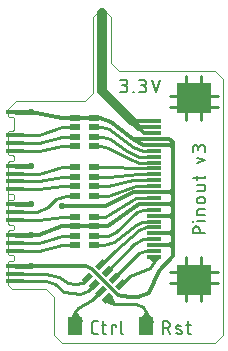
<source format=gtl>
G04 EAGLE Gerber X2 export*
G75*
%MOMM*%
%FSLAX34Y34*%
%LPD*%
%AMOC8*
5,1,8,0,0,1.08239X$1,22.5*%
G01*
%ADD10C,0.203200*%
%ADD11C,0.000000*%
%ADD12R,0.900000X0.500000*%
%ADD13R,1.270000X1.524000*%
%ADD14R,1.300000X0.300000*%
%ADD15R,3.000000X2.500000*%
%ADD16R,1.350000X0.450000*%
%ADD17R,0.450000X1.350000*%
%ADD18R,0.500000X0.900000*%
%ADD19C,0.400000*%
%ADD20C,0.254000*%
%ADD21C,0.450000*%
%ADD22C,0.406400*%
%ADD23C,0.550000*%
%ADD24C,0.304800*%
%ADD25C,0.750000*%
%ADD26C,0.812800*%
%ADD27C,0.609600*%
%ADD28C,0.762000*%
%ADD29C,0.152400*%


D10*
X131016Y-76984D02*
X131016Y-66316D01*
X133979Y-66316D01*
X134086Y-66318D01*
X134193Y-66324D01*
X134299Y-66333D01*
X134405Y-66347D01*
X134511Y-66364D01*
X134616Y-66385D01*
X134720Y-66410D01*
X134823Y-66439D01*
X134925Y-66471D01*
X135026Y-66507D01*
X135125Y-66547D01*
X135223Y-66590D01*
X135319Y-66637D01*
X135414Y-66687D01*
X135507Y-66740D01*
X135597Y-66797D01*
X135686Y-66857D01*
X135772Y-66920D01*
X135856Y-66986D01*
X135938Y-67056D01*
X136017Y-67128D01*
X136093Y-67203D01*
X136167Y-67281D01*
X136237Y-67361D01*
X136305Y-67444D01*
X136370Y-67529D01*
X136431Y-67616D01*
X136490Y-67706D01*
X136545Y-67798D01*
X136597Y-67891D01*
X136645Y-67987D01*
X136690Y-68084D01*
X136732Y-68182D01*
X136769Y-68282D01*
X136804Y-68384D01*
X136834Y-68486D01*
X136861Y-68590D01*
X136884Y-68694D01*
X136903Y-68800D01*
X136918Y-68906D01*
X136930Y-69012D01*
X136938Y-69119D01*
X136942Y-69226D01*
X136942Y-69332D01*
X136938Y-69439D01*
X136930Y-69546D01*
X136918Y-69652D01*
X136903Y-69758D01*
X136884Y-69864D01*
X136861Y-69968D01*
X136834Y-70072D01*
X136804Y-70174D01*
X136769Y-70276D01*
X136732Y-70376D01*
X136690Y-70474D01*
X136645Y-70571D01*
X136597Y-70667D01*
X136545Y-70761D01*
X136490Y-70852D01*
X136431Y-70942D01*
X136370Y-71029D01*
X136305Y-71114D01*
X136237Y-71197D01*
X136167Y-71277D01*
X136093Y-71355D01*
X136017Y-71430D01*
X135938Y-71502D01*
X135856Y-71572D01*
X135772Y-71638D01*
X135686Y-71701D01*
X135597Y-71761D01*
X135507Y-71818D01*
X135414Y-71871D01*
X135319Y-71921D01*
X135223Y-71968D01*
X135125Y-72011D01*
X135026Y-72051D01*
X134925Y-72087D01*
X134823Y-72119D01*
X134720Y-72148D01*
X134616Y-72173D01*
X134511Y-72194D01*
X134405Y-72211D01*
X134299Y-72225D01*
X134193Y-72234D01*
X134086Y-72240D01*
X133979Y-72242D01*
X133979Y-72243D02*
X131016Y-72243D01*
X134572Y-72243D02*
X136943Y-76984D01*
X143055Y-72835D02*
X146019Y-74021D01*
X143055Y-72836D02*
X142984Y-72805D01*
X142914Y-72771D01*
X142846Y-72734D01*
X142781Y-72693D01*
X142717Y-72648D01*
X142656Y-72601D01*
X142597Y-72550D01*
X142540Y-72497D01*
X142487Y-72441D01*
X142436Y-72382D01*
X142389Y-72321D01*
X142344Y-72257D01*
X142303Y-72192D01*
X142265Y-72124D01*
X142231Y-72054D01*
X142200Y-71983D01*
X142173Y-71911D01*
X142150Y-71837D01*
X142130Y-71762D01*
X142114Y-71686D01*
X142102Y-71609D01*
X142094Y-71532D01*
X142090Y-71455D01*
X142089Y-71377D01*
X142093Y-71300D01*
X142100Y-71222D01*
X142112Y-71146D01*
X142127Y-71070D01*
X142146Y-70994D01*
X142169Y-70920D01*
X142195Y-70847D01*
X142225Y-70776D01*
X142259Y-70706D01*
X142296Y-70638D01*
X142337Y-70572D01*
X142381Y-70508D01*
X142428Y-70446D01*
X142478Y-70387D01*
X142531Y-70331D01*
X142587Y-70277D01*
X142645Y-70226D01*
X142706Y-70178D01*
X142769Y-70133D01*
X142835Y-70091D01*
X142902Y-70053D01*
X142972Y-70018D01*
X143043Y-69987D01*
X143115Y-69959D01*
X143189Y-69936D01*
X143264Y-69915D01*
X143339Y-69899D01*
X143416Y-69886D01*
X143493Y-69878D01*
X143570Y-69873D01*
X143648Y-69872D01*
X143810Y-69876D01*
X143972Y-69884D01*
X144133Y-69896D01*
X144294Y-69912D01*
X144455Y-69932D01*
X144615Y-69955D01*
X144774Y-69983D01*
X144933Y-70014D01*
X145091Y-70049D01*
X145248Y-70088D01*
X145404Y-70131D01*
X145559Y-70177D01*
X145713Y-70227D01*
X145866Y-70281D01*
X146017Y-70339D01*
X146167Y-70400D01*
X146315Y-70464D01*
X146019Y-74020D02*
X146090Y-74051D01*
X146160Y-74085D01*
X146228Y-74122D01*
X146293Y-74163D01*
X146357Y-74208D01*
X146418Y-74255D01*
X146477Y-74306D01*
X146534Y-74359D01*
X146587Y-74415D01*
X146638Y-74474D01*
X146685Y-74535D01*
X146730Y-74599D01*
X146771Y-74664D01*
X146809Y-74732D01*
X146843Y-74802D01*
X146874Y-74873D01*
X146901Y-74945D01*
X146924Y-75019D01*
X146944Y-75094D01*
X146960Y-75170D01*
X146972Y-75247D01*
X146980Y-75324D01*
X146984Y-75401D01*
X146985Y-75479D01*
X146981Y-75556D01*
X146974Y-75634D01*
X146962Y-75710D01*
X146947Y-75786D01*
X146928Y-75862D01*
X146905Y-75936D01*
X146879Y-76009D01*
X146849Y-76080D01*
X146815Y-76150D01*
X146778Y-76218D01*
X146737Y-76284D01*
X146693Y-76348D01*
X146646Y-76410D01*
X146596Y-76469D01*
X146543Y-76525D01*
X146487Y-76579D01*
X146429Y-76630D01*
X146368Y-76678D01*
X146305Y-76723D01*
X146239Y-76765D01*
X146172Y-76803D01*
X146102Y-76838D01*
X146032Y-76869D01*
X145959Y-76897D01*
X145885Y-76920D01*
X145810Y-76941D01*
X145735Y-76957D01*
X145658Y-76970D01*
X145581Y-76978D01*
X145504Y-76983D01*
X145426Y-76984D01*
X145425Y-76984D02*
X145188Y-76978D01*
X144950Y-76966D01*
X144713Y-76949D01*
X144477Y-76925D01*
X144241Y-76897D01*
X144005Y-76863D01*
X143771Y-76823D01*
X143538Y-76778D01*
X143305Y-76727D01*
X143074Y-76671D01*
X142845Y-76609D01*
X142617Y-76542D01*
X142390Y-76469D01*
X142166Y-76391D01*
X151002Y-69872D02*
X154558Y-69872D01*
X152188Y-66316D02*
X152188Y-75206D01*
X152190Y-75288D01*
X152196Y-75370D01*
X152205Y-75452D01*
X152218Y-75533D01*
X152235Y-75613D01*
X152256Y-75693D01*
X152280Y-75771D01*
X152308Y-75848D01*
X152339Y-75924D01*
X152374Y-75999D01*
X152413Y-76071D01*
X152454Y-76142D01*
X152499Y-76211D01*
X152547Y-76277D01*
X152598Y-76342D01*
X152652Y-76404D01*
X152709Y-76463D01*
X152768Y-76520D01*
X152830Y-76574D01*
X152895Y-76625D01*
X152961Y-76673D01*
X153030Y-76718D01*
X153101Y-76759D01*
X153173Y-76798D01*
X153248Y-76833D01*
X153324Y-76864D01*
X153401Y-76892D01*
X153479Y-76916D01*
X153559Y-76937D01*
X153639Y-76954D01*
X153720Y-76967D01*
X153802Y-76976D01*
X153884Y-76982D01*
X153966Y-76984D01*
X154558Y-76984D01*
X75757Y-76984D02*
X73387Y-76984D01*
X73292Y-76982D01*
X73196Y-76976D01*
X73101Y-76967D01*
X73007Y-76953D01*
X72913Y-76936D01*
X72820Y-76915D01*
X72727Y-76890D01*
X72636Y-76862D01*
X72546Y-76830D01*
X72458Y-76794D01*
X72371Y-76755D01*
X72285Y-76712D01*
X72202Y-76666D01*
X72120Y-76617D01*
X72040Y-76564D01*
X71963Y-76508D01*
X71887Y-76450D01*
X71815Y-76388D01*
X71745Y-76323D01*
X71677Y-76255D01*
X71612Y-76185D01*
X71550Y-76113D01*
X71492Y-76037D01*
X71436Y-75960D01*
X71383Y-75880D01*
X71334Y-75799D01*
X71288Y-75715D01*
X71245Y-75629D01*
X71206Y-75542D01*
X71170Y-75454D01*
X71138Y-75364D01*
X71110Y-75273D01*
X71085Y-75180D01*
X71064Y-75087D01*
X71047Y-74993D01*
X71033Y-74899D01*
X71024Y-74804D01*
X71018Y-74709D01*
X71016Y-74613D01*
X71016Y-68687D01*
X71018Y-68592D01*
X71024Y-68496D01*
X71033Y-68401D01*
X71047Y-68307D01*
X71064Y-68213D01*
X71085Y-68120D01*
X71110Y-68027D01*
X71138Y-67936D01*
X71170Y-67846D01*
X71206Y-67758D01*
X71245Y-67671D01*
X71288Y-67585D01*
X71334Y-67502D01*
X71383Y-67420D01*
X71436Y-67340D01*
X71492Y-67263D01*
X71550Y-67187D01*
X71612Y-67115D01*
X71677Y-67045D01*
X71745Y-66977D01*
X71815Y-66912D01*
X71887Y-66850D01*
X71963Y-66792D01*
X72040Y-66736D01*
X72120Y-66683D01*
X72201Y-66634D01*
X72285Y-66588D01*
X72371Y-66545D01*
X72458Y-66506D01*
X72546Y-66470D01*
X72636Y-66438D01*
X72727Y-66410D01*
X72820Y-66385D01*
X72913Y-66364D01*
X73007Y-66347D01*
X73101Y-66333D01*
X73196Y-66324D01*
X73291Y-66318D01*
X73387Y-66316D01*
X75757Y-66316D01*
X79352Y-69872D02*
X82908Y-69872D01*
X80537Y-66316D02*
X80537Y-75206D01*
X80539Y-75288D01*
X80545Y-75370D01*
X80554Y-75452D01*
X80567Y-75533D01*
X80584Y-75613D01*
X80605Y-75693D01*
X80629Y-75771D01*
X80657Y-75848D01*
X80688Y-75924D01*
X80723Y-75999D01*
X80762Y-76071D01*
X80803Y-76142D01*
X80848Y-76211D01*
X80896Y-76277D01*
X80947Y-76342D01*
X81001Y-76404D01*
X81058Y-76463D01*
X81117Y-76520D01*
X81179Y-76574D01*
X81244Y-76625D01*
X81310Y-76673D01*
X81379Y-76718D01*
X81450Y-76759D01*
X81522Y-76798D01*
X81597Y-76833D01*
X81673Y-76864D01*
X81750Y-76892D01*
X81828Y-76916D01*
X81908Y-76937D01*
X81988Y-76954D01*
X82069Y-76967D01*
X82151Y-76976D01*
X82233Y-76982D01*
X82315Y-76984D01*
X82908Y-76984D01*
X88141Y-76984D02*
X88141Y-69872D01*
X91697Y-69872D01*
X91697Y-71057D01*
X95695Y-75206D02*
X95695Y-66316D01*
X95695Y-75206D02*
X95697Y-75288D01*
X95703Y-75370D01*
X95712Y-75452D01*
X95725Y-75533D01*
X95742Y-75613D01*
X95763Y-75693D01*
X95787Y-75771D01*
X95815Y-75848D01*
X95846Y-75924D01*
X95881Y-75999D01*
X95920Y-76071D01*
X95961Y-76142D01*
X96006Y-76211D01*
X96054Y-76277D01*
X96105Y-76342D01*
X96159Y-76404D01*
X96216Y-76463D01*
X96275Y-76520D01*
X96337Y-76574D01*
X96402Y-76625D01*
X96468Y-76673D01*
X96537Y-76718D01*
X96608Y-76759D01*
X96680Y-76798D01*
X96755Y-76833D01*
X96831Y-76864D01*
X96908Y-76892D01*
X96986Y-76916D01*
X97066Y-76937D01*
X97146Y-76954D01*
X97227Y-76967D01*
X97309Y-76976D01*
X97391Y-76982D01*
X97473Y-76984D01*
X97979Y127516D02*
X95016Y127516D01*
X97979Y127516D02*
X98086Y127518D01*
X98193Y127524D01*
X98299Y127533D01*
X98405Y127547D01*
X98511Y127564D01*
X98616Y127585D01*
X98720Y127610D01*
X98823Y127639D01*
X98925Y127671D01*
X99026Y127707D01*
X99125Y127747D01*
X99223Y127790D01*
X99319Y127837D01*
X99414Y127887D01*
X99507Y127940D01*
X99597Y127997D01*
X99686Y128057D01*
X99772Y128120D01*
X99856Y128186D01*
X99938Y128256D01*
X100017Y128328D01*
X100093Y128403D01*
X100167Y128481D01*
X100237Y128561D01*
X100305Y128644D01*
X100370Y128729D01*
X100431Y128816D01*
X100490Y128906D01*
X100545Y128997D01*
X100597Y129091D01*
X100645Y129187D01*
X100690Y129284D01*
X100732Y129382D01*
X100769Y129482D01*
X100804Y129584D01*
X100834Y129686D01*
X100861Y129790D01*
X100884Y129894D01*
X100903Y130000D01*
X100918Y130106D01*
X100930Y130212D01*
X100938Y130319D01*
X100942Y130426D01*
X100942Y130532D01*
X100938Y130639D01*
X100930Y130746D01*
X100918Y130852D01*
X100903Y130958D01*
X100884Y131064D01*
X100861Y131168D01*
X100834Y131272D01*
X100804Y131374D01*
X100769Y131476D01*
X100732Y131576D01*
X100690Y131674D01*
X100645Y131771D01*
X100597Y131867D01*
X100545Y131960D01*
X100490Y132052D01*
X100431Y132142D01*
X100370Y132229D01*
X100305Y132314D01*
X100237Y132397D01*
X100167Y132477D01*
X100093Y132555D01*
X100017Y132630D01*
X99938Y132702D01*
X99856Y132772D01*
X99772Y132838D01*
X99686Y132901D01*
X99597Y132961D01*
X99507Y133018D01*
X99414Y133071D01*
X99319Y133121D01*
X99223Y133168D01*
X99125Y133211D01*
X99026Y133251D01*
X98925Y133287D01*
X98823Y133319D01*
X98720Y133348D01*
X98616Y133373D01*
X98511Y133394D01*
X98405Y133411D01*
X98299Y133425D01*
X98193Y133434D01*
X98086Y133440D01*
X97979Y133442D01*
X98572Y138184D02*
X95016Y138184D01*
X98572Y138184D02*
X98669Y138182D01*
X98765Y138176D01*
X98861Y138166D01*
X98957Y138152D01*
X99052Y138135D01*
X99147Y138113D01*
X99240Y138088D01*
X99332Y138059D01*
X99423Y138026D01*
X99513Y137989D01*
X99601Y137949D01*
X99687Y137905D01*
X99771Y137858D01*
X99854Y137808D01*
X99934Y137754D01*
X100012Y137696D01*
X100088Y137636D01*
X100161Y137573D01*
X100231Y137507D01*
X100299Y137437D01*
X100364Y137366D01*
X100426Y137291D01*
X100484Y137214D01*
X100540Y137135D01*
X100592Y137054D01*
X100641Y136970D01*
X100687Y136885D01*
X100729Y136798D01*
X100767Y136709D01*
X100802Y136619D01*
X100833Y136527D01*
X100860Y136434D01*
X100884Y136341D01*
X100903Y136246D01*
X100919Y136150D01*
X100931Y136054D01*
X100939Y135958D01*
X100943Y135861D01*
X100943Y135765D01*
X100939Y135668D01*
X100931Y135572D01*
X100919Y135476D01*
X100903Y135380D01*
X100884Y135285D01*
X100860Y135192D01*
X100833Y135099D01*
X100802Y135007D01*
X100767Y134917D01*
X100729Y134828D01*
X100687Y134741D01*
X100641Y134656D01*
X100592Y134572D01*
X100540Y134491D01*
X100484Y134412D01*
X100426Y134335D01*
X100364Y134260D01*
X100299Y134189D01*
X100231Y134119D01*
X100161Y134053D01*
X100088Y133990D01*
X100012Y133930D01*
X99934Y133872D01*
X99854Y133818D01*
X99771Y133768D01*
X99687Y133721D01*
X99601Y133677D01*
X99513Y133637D01*
X99423Y133600D01*
X99332Y133567D01*
X99240Y133538D01*
X99147Y133513D01*
X99052Y133491D01*
X98957Y133474D01*
X98861Y133460D01*
X98765Y133450D01*
X98669Y133444D01*
X98572Y133442D01*
X98572Y133443D02*
X96201Y133443D01*
X105684Y128109D02*
X105684Y127516D01*
X105684Y128109D02*
X106277Y128109D01*
X106277Y127516D01*
X105684Y127516D01*
X111018Y127516D02*
X113981Y127516D01*
X114088Y127518D01*
X114195Y127524D01*
X114301Y127533D01*
X114407Y127547D01*
X114513Y127564D01*
X114618Y127585D01*
X114722Y127610D01*
X114825Y127639D01*
X114927Y127671D01*
X115028Y127707D01*
X115127Y127747D01*
X115225Y127790D01*
X115321Y127837D01*
X115416Y127887D01*
X115509Y127940D01*
X115599Y127997D01*
X115688Y128057D01*
X115774Y128120D01*
X115858Y128186D01*
X115940Y128256D01*
X116019Y128328D01*
X116095Y128403D01*
X116169Y128481D01*
X116239Y128561D01*
X116307Y128644D01*
X116372Y128729D01*
X116433Y128816D01*
X116492Y128906D01*
X116547Y128997D01*
X116599Y129091D01*
X116647Y129187D01*
X116692Y129284D01*
X116734Y129382D01*
X116771Y129482D01*
X116806Y129584D01*
X116836Y129686D01*
X116863Y129790D01*
X116886Y129894D01*
X116905Y130000D01*
X116920Y130106D01*
X116932Y130212D01*
X116940Y130319D01*
X116944Y130426D01*
X116944Y130532D01*
X116940Y130639D01*
X116932Y130746D01*
X116920Y130852D01*
X116905Y130958D01*
X116886Y131064D01*
X116863Y131168D01*
X116836Y131272D01*
X116806Y131374D01*
X116771Y131476D01*
X116734Y131576D01*
X116692Y131674D01*
X116647Y131771D01*
X116599Y131867D01*
X116547Y131960D01*
X116492Y132052D01*
X116433Y132142D01*
X116372Y132229D01*
X116307Y132314D01*
X116239Y132397D01*
X116169Y132477D01*
X116095Y132555D01*
X116019Y132630D01*
X115940Y132702D01*
X115858Y132772D01*
X115774Y132838D01*
X115688Y132901D01*
X115599Y132961D01*
X115509Y133018D01*
X115416Y133071D01*
X115321Y133121D01*
X115225Y133168D01*
X115127Y133211D01*
X115028Y133251D01*
X114927Y133287D01*
X114825Y133319D01*
X114722Y133348D01*
X114618Y133373D01*
X114513Y133394D01*
X114407Y133411D01*
X114301Y133425D01*
X114195Y133434D01*
X114088Y133440D01*
X113981Y133442D01*
X114574Y138184D02*
X111018Y138184D01*
X114574Y138184D02*
X114671Y138182D01*
X114767Y138176D01*
X114863Y138166D01*
X114959Y138152D01*
X115054Y138135D01*
X115149Y138113D01*
X115242Y138088D01*
X115334Y138059D01*
X115425Y138026D01*
X115515Y137989D01*
X115603Y137949D01*
X115689Y137905D01*
X115773Y137858D01*
X115856Y137808D01*
X115936Y137754D01*
X116014Y137696D01*
X116090Y137636D01*
X116163Y137573D01*
X116233Y137507D01*
X116301Y137437D01*
X116366Y137366D01*
X116428Y137291D01*
X116486Y137214D01*
X116542Y137135D01*
X116594Y137054D01*
X116643Y136970D01*
X116689Y136885D01*
X116731Y136798D01*
X116769Y136709D01*
X116804Y136619D01*
X116835Y136527D01*
X116862Y136434D01*
X116886Y136341D01*
X116905Y136246D01*
X116921Y136150D01*
X116933Y136054D01*
X116941Y135958D01*
X116945Y135861D01*
X116945Y135765D01*
X116941Y135668D01*
X116933Y135572D01*
X116921Y135476D01*
X116905Y135380D01*
X116886Y135285D01*
X116862Y135192D01*
X116835Y135099D01*
X116804Y135007D01*
X116769Y134917D01*
X116731Y134828D01*
X116689Y134741D01*
X116643Y134656D01*
X116594Y134572D01*
X116542Y134491D01*
X116486Y134412D01*
X116428Y134335D01*
X116366Y134260D01*
X116301Y134189D01*
X116233Y134119D01*
X116163Y134053D01*
X116090Y133990D01*
X116014Y133930D01*
X115936Y133872D01*
X115856Y133818D01*
X115773Y133768D01*
X115689Y133721D01*
X115603Y133677D01*
X115515Y133637D01*
X115425Y133600D01*
X115334Y133567D01*
X115242Y133538D01*
X115149Y133513D01*
X115054Y133491D01*
X114959Y133474D01*
X114863Y133460D01*
X114767Y133450D01*
X114671Y133444D01*
X114574Y133442D01*
X114574Y133443D02*
X112203Y133443D01*
X121855Y138184D02*
X125411Y127516D01*
X128967Y138184D01*
D11*
X0Y-36000D02*
X3000Y-39000D01*
X32500Y-39000D01*
X39000Y-45500D01*
X39000Y-78000D01*
X45500Y-84500D01*
X175500Y-84500D01*
X182000Y-78000D01*
X182000Y139000D01*
X175500Y145500D01*
X93500Y145500D01*
X87000Y152000D01*
X87000Y191500D01*
X84000Y194500D01*
X75000Y194500D01*
X72000Y191500D01*
X72000Y127000D01*
X65500Y120500D01*
X7000Y120500D01*
X0Y113500D01*
X0Y107500D01*
X0Y94000D02*
X0Y75000D01*
X1000Y74000D01*
X4000Y74000D01*
X5000Y73000D01*
X5000Y70000D02*
X4000Y69000D01*
X1000Y69000D01*
X0Y68000D01*
X5000Y70000D02*
X5000Y73000D01*
X0Y68000D02*
X0Y42500D01*
X1000Y41500D01*
X4000Y41500D01*
X5000Y40500D01*
X5000Y37500D02*
X4000Y36500D01*
X1000Y36500D01*
X0Y35500D01*
X5000Y37500D02*
X5000Y40500D01*
X0Y42000D02*
X0Y35500D01*
X0Y16500D02*
X1000Y15500D01*
X4000Y15500D01*
X5000Y14500D01*
X5000Y11500D02*
X4000Y10500D01*
X1000Y10500D01*
X0Y9500D01*
X5000Y11500D02*
X5000Y14500D01*
X0Y-16500D02*
X0Y-36000D01*
X0Y-9500D02*
X0Y9500D01*
X0Y16500D02*
X0Y35500D01*
X0Y-9500D02*
X1000Y-10500D01*
X4000Y-10500D02*
X5000Y-11500D01*
X4000Y-10500D02*
X1000Y-10500D01*
X5000Y-11500D02*
X5000Y-14500D01*
X4000Y-15500D01*
X1000Y-15500D01*
X0Y-16500D01*
X1000Y106500D02*
X0Y107500D01*
X1000Y106500D02*
X4000Y106500D01*
X5000Y105500D01*
X5000Y96000D01*
X4000Y95000D01*
X1000Y95000D01*
X0Y94000D01*
D10*
X156316Y7993D02*
X166984Y7993D01*
X156316Y7993D02*
X156316Y10956D01*
X156318Y11063D01*
X156324Y11170D01*
X156333Y11276D01*
X156347Y11382D01*
X156364Y11488D01*
X156385Y11593D01*
X156410Y11697D01*
X156439Y11800D01*
X156471Y11902D01*
X156507Y12003D01*
X156547Y12102D01*
X156590Y12200D01*
X156637Y12296D01*
X156687Y12391D01*
X156740Y12484D01*
X156797Y12574D01*
X156857Y12663D01*
X156920Y12749D01*
X156986Y12833D01*
X157056Y12915D01*
X157128Y12994D01*
X157203Y13070D01*
X157281Y13144D01*
X157361Y13214D01*
X157444Y13282D01*
X157529Y13347D01*
X157616Y13408D01*
X157706Y13467D01*
X157798Y13522D01*
X157891Y13574D01*
X157987Y13622D01*
X158084Y13667D01*
X158182Y13709D01*
X158282Y13746D01*
X158384Y13781D01*
X158486Y13811D01*
X158590Y13838D01*
X158694Y13861D01*
X158800Y13880D01*
X158906Y13895D01*
X159012Y13907D01*
X159119Y13915D01*
X159226Y13919D01*
X159332Y13919D01*
X159439Y13915D01*
X159546Y13907D01*
X159652Y13895D01*
X159758Y13880D01*
X159864Y13861D01*
X159968Y13838D01*
X160072Y13811D01*
X160174Y13781D01*
X160276Y13746D01*
X160376Y13709D01*
X160474Y13667D01*
X160571Y13622D01*
X160667Y13574D01*
X160761Y13522D01*
X160852Y13467D01*
X160942Y13408D01*
X161029Y13347D01*
X161114Y13282D01*
X161197Y13214D01*
X161277Y13144D01*
X161355Y13070D01*
X161430Y12994D01*
X161502Y12915D01*
X161572Y12833D01*
X161638Y12749D01*
X161701Y12663D01*
X161761Y12574D01*
X161818Y12484D01*
X161871Y12391D01*
X161921Y12296D01*
X161968Y12200D01*
X162011Y12102D01*
X162051Y12003D01*
X162087Y11902D01*
X162119Y11800D01*
X162148Y11697D01*
X162173Y11593D01*
X162194Y11488D01*
X162211Y11382D01*
X162225Y11276D01*
X162234Y11170D01*
X162240Y11063D01*
X162242Y10956D01*
X162243Y10956D02*
X162243Y7993D01*
X159872Y18322D02*
X166984Y18322D01*
X156909Y18026D02*
X156316Y18026D01*
X156316Y18618D01*
X156909Y18618D01*
X156909Y18026D01*
X159872Y23571D02*
X166984Y23571D01*
X159872Y23571D02*
X159872Y26535D01*
X159874Y26617D01*
X159880Y26699D01*
X159889Y26781D01*
X159902Y26862D01*
X159919Y26942D01*
X159940Y27022D01*
X159964Y27100D01*
X159992Y27177D01*
X160023Y27253D01*
X160058Y27328D01*
X160097Y27400D01*
X160138Y27471D01*
X160183Y27540D01*
X160231Y27606D01*
X160282Y27671D01*
X160336Y27733D01*
X160393Y27792D01*
X160452Y27849D01*
X160514Y27903D01*
X160579Y27954D01*
X160645Y28002D01*
X160714Y28047D01*
X160785Y28088D01*
X160857Y28127D01*
X160932Y28162D01*
X161008Y28193D01*
X161085Y28221D01*
X161163Y28245D01*
X161243Y28266D01*
X161323Y28283D01*
X161404Y28296D01*
X161486Y28305D01*
X161568Y28311D01*
X161650Y28313D01*
X166984Y28313D01*
X164613Y33858D02*
X162243Y33858D01*
X162146Y33860D01*
X162050Y33866D01*
X161954Y33876D01*
X161858Y33890D01*
X161763Y33907D01*
X161668Y33929D01*
X161575Y33954D01*
X161483Y33983D01*
X161392Y34016D01*
X161302Y34053D01*
X161214Y34093D01*
X161128Y34137D01*
X161044Y34184D01*
X160961Y34234D01*
X160881Y34288D01*
X160803Y34346D01*
X160727Y34406D01*
X160654Y34469D01*
X160584Y34535D01*
X160516Y34605D01*
X160451Y34676D01*
X160389Y34751D01*
X160331Y34828D01*
X160275Y34907D01*
X160223Y34988D01*
X160174Y35072D01*
X160128Y35157D01*
X160086Y35244D01*
X160048Y35333D01*
X160013Y35423D01*
X159982Y35515D01*
X159955Y35608D01*
X159931Y35701D01*
X159912Y35796D01*
X159896Y35892D01*
X159884Y35988D01*
X159876Y36084D01*
X159872Y36181D01*
X159872Y36277D01*
X159876Y36374D01*
X159884Y36470D01*
X159896Y36566D01*
X159912Y36662D01*
X159931Y36757D01*
X159955Y36850D01*
X159982Y36943D01*
X160013Y37035D01*
X160048Y37125D01*
X160086Y37214D01*
X160128Y37301D01*
X160174Y37386D01*
X160223Y37470D01*
X160275Y37551D01*
X160331Y37630D01*
X160389Y37707D01*
X160451Y37782D01*
X160516Y37853D01*
X160584Y37923D01*
X160654Y37989D01*
X160727Y38052D01*
X160803Y38112D01*
X160881Y38170D01*
X160961Y38224D01*
X161044Y38274D01*
X161128Y38321D01*
X161214Y38365D01*
X161302Y38405D01*
X161392Y38442D01*
X161483Y38475D01*
X161575Y38504D01*
X161668Y38529D01*
X161763Y38551D01*
X161858Y38568D01*
X161954Y38582D01*
X162050Y38592D01*
X162146Y38598D01*
X162243Y38600D01*
X164613Y38600D01*
X164710Y38598D01*
X164806Y38592D01*
X164902Y38582D01*
X164998Y38568D01*
X165093Y38551D01*
X165188Y38529D01*
X165281Y38504D01*
X165373Y38475D01*
X165464Y38442D01*
X165554Y38405D01*
X165642Y38365D01*
X165728Y38321D01*
X165812Y38274D01*
X165895Y38224D01*
X165975Y38170D01*
X166053Y38112D01*
X166129Y38052D01*
X166202Y37989D01*
X166272Y37923D01*
X166340Y37853D01*
X166405Y37782D01*
X166467Y37707D01*
X166525Y37630D01*
X166581Y37551D01*
X166633Y37470D01*
X166682Y37386D01*
X166728Y37301D01*
X166770Y37214D01*
X166808Y37125D01*
X166843Y37035D01*
X166874Y36943D01*
X166901Y36850D01*
X166925Y36757D01*
X166944Y36662D01*
X166960Y36566D01*
X166972Y36470D01*
X166980Y36374D01*
X166984Y36277D01*
X166984Y36181D01*
X166980Y36084D01*
X166972Y35988D01*
X166960Y35892D01*
X166944Y35796D01*
X166925Y35701D01*
X166901Y35608D01*
X166874Y35515D01*
X166843Y35423D01*
X166808Y35333D01*
X166770Y35244D01*
X166728Y35157D01*
X166682Y35072D01*
X166633Y34988D01*
X166581Y34907D01*
X166525Y34828D01*
X166467Y34751D01*
X166405Y34676D01*
X166340Y34605D01*
X166272Y34535D01*
X166202Y34469D01*
X166129Y34406D01*
X166053Y34346D01*
X165975Y34288D01*
X165895Y34234D01*
X165812Y34184D01*
X165728Y34137D01*
X165642Y34093D01*
X165554Y34053D01*
X165464Y34016D01*
X165373Y33983D01*
X165281Y33954D01*
X165188Y33929D01*
X165093Y33907D01*
X164998Y33890D01*
X164902Y33876D01*
X164806Y33866D01*
X164710Y33860D01*
X164613Y33858D01*
X165206Y44145D02*
X159872Y44145D01*
X165206Y44145D02*
X165288Y44147D01*
X165370Y44153D01*
X165452Y44162D01*
X165533Y44175D01*
X165613Y44192D01*
X165693Y44213D01*
X165771Y44237D01*
X165848Y44265D01*
X165924Y44296D01*
X165999Y44331D01*
X166071Y44370D01*
X166142Y44411D01*
X166211Y44456D01*
X166277Y44504D01*
X166342Y44555D01*
X166404Y44609D01*
X166463Y44666D01*
X166520Y44725D01*
X166574Y44787D01*
X166625Y44852D01*
X166673Y44918D01*
X166718Y44987D01*
X166759Y45058D01*
X166798Y45130D01*
X166833Y45205D01*
X166864Y45281D01*
X166892Y45358D01*
X166916Y45436D01*
X166937Y45516D01*
X166954Y45596D01*
X166967Y45677D01*
X166976Y45759D01*
X166982Y45841D01*
X166984Y45923D01*
X166984Y48887D01*
X159872Y48887D01*
X159872Y53362D02*
X159872Y56918D01*
X156316Y54548D02*
X165206Y54548D01*
X165288Y54550D01*
X165370Y54556D01*
X165452Y54565D01*
X165533Y54578D01*
X165613Y54595D01*
X165693Y54616D01*
X165771Y54640D01*
X165848Y54668D01*
X165924Y54699D01*
X165999Y54734D01*
X166071Y54773D01*
X166142Y54814D01*
X166211Y54859D01*
X166277Y54907D01*
X166342Y54958D01*
X166404Y55012D01*
X166463Y55069D01*
X166520Y55128D01*
X166574Y55190D01*
X166625Y55255D01*
X166673Y55321D01*
X166718Y55390D01*
X166759Y55461D01*
X166798Y55533D01*
X166833Y55608D01*
X166864Y55684D01*
X166892Y55761D01*
X166916Y55839D01*
X166937Y55919D01*
X166954Y55999D01*
X166967Y56080D01*
X166976Y56162D01*
X166982Y56244D01*
X166984Y56326D01*
X166984Y56918D01*
X159872Y67386D02*
X166984Y69757D01*
X159872Y72128D01*
X166984Y77081D02*
X166984Y80044D01*
X166982Y80151D01*
X166976Y80258D01*
X166967Y80364D01*
X166953Y80470D01*
X166936Y80576D01*
X166915Y80681D01*
X166890Y80785D01*
X166861Y80888D01*
X166829Y80990D01*
X166793Y81091D01*
X166753Y81190D01*
X166710Y81288D01*
X166663Y81384D01*
X166613Y81479D01*
X166560Y81572D01*
X166503Y81662D01*
X166443Y81751D01*
X166380Y81837D01*
X166314Y81921D01*
X166244Y82003D01*
X166172Y82082D01*
X166097Y82158D01*
X166019Y82232D01*
X165939Y82302D01*
X165856Y82370D01*
X165771Y82435D01*
X165684Y82496D01*
X165594Y82555D01*
X165503Y82610D01*
X165409Y82662D01*
X165313Y82710D01*
X165216Y82755D01*
X165118Y82797D01*
X165018Y82834D01*
X164916Y82869D01*
X164814Y82899D01*
X164710Y82926D01*
X164606Y82949D01*
X164500Y82968D01*
X164394Y82983D01*
X164288Y82995D01*
X164181Y83003D01*
X164074Y83007D01*
X163968Y83007D01*
X163861Y83003D01*
X163754Y82995D01*
X163648Y82983D01*
X163542Y82968D01*
X163436Y82949D01*
X163332Y82926D01*
X163228Y82899D01*
X163126Y82869D01*
X163024Y82834D01*
X162924Y82797D01*
X162826Y82755D01*
X162729Y82710D01*
X162633Y82662D01*
X162540Y82610D01*
X162448Y82555D01*
X162358Y82496D01*
X162271Y82435D01*
X162186Y82370D01*
X162103Y82302D01*
X162023Y82232D01*
X161945Y82158D01*
X161870Y82082D01*
X161798Y82003D01*
X161728Y81921D01*
X161662Y81837D01*
X161599Y81751D01*
X161539Y81662D01*
X161482Y81572D01*
X161429Y81479D01*
X161379Y81384D01*
X161332Y81288D01*
X161289Y81190D01*
X161249Y81091D01*
X161213Y80990D01*
X161181Y80888D01*
X161152Y80785D01*
X161127Y80681D01*
X161106Y80576D01*
X161089Y80470D01*
X161075Y80364D01*
X161066Y80258D01*
X161060Y80151D01*
X161058Y80044D01*
X156316Y80637D02*
X156316Y77081D01*
X156316Y80637D02*
X156318Y80734D01*
X156324Y80830D01*
X156334Y80926D01*
X156348Y81022D01*
X156365Y81117D01*
X156387Y81212D01*
X156412Y81305D01*
X156441Y81397D01*
X156474Y81488D01*
X156511Y81578D01*
X156551Y81666D01*
X156595Y81752D01*
X156642Y81836D01*
X156692Y81919D01*
X156746Y81999D01*
X156804Y82077D01*
X156864Y82153D01*
X156927Y82226D01*
X156993Y82296D01*
X157063Y82364D01*
X157134Y82429D01*
X157209Y82491D01*
X157286Y82549D01*
X157365Y82605D01*
X157446Y82657D01*
X157530Y82706D01*
X157615Y82752D01*
X157702Y82794D01*
X157791Y82832D01*
X157881Y82867D01*
X157973Y82898D01*
X158066Y82925D01*
X158159Y82949D01*
X158254Y82968D01*
X158350Y82984D01*
X158446Y82996D01*
X158542Y83004D01*
X158639Y83008D01*
X158735Y83008D01*
X158832Y83004D01*
X158928Y82996D01*
X159024Y82984D01*
X159120Y82968D01*
X159215Y82949D01*
X159308Y82925D01*
X159401Y82898D01*
X159493Y82867D01*
X159583Y82832D01*
X159672Y82794D01*
X159759Y82752D01*
X159844Y82706D01*
X159928Y82657D01*
X160009Y82605D01*
X160088Y82549D01*
X160165Y82491D01*
X160240Y82429D01*
X160311Y82364D01*
X160381Y82296D01*
X160447Y82226D01*
X160510Y82153D01*
X160570Y82077D01*
X160628Y81999D01*
X160682Y81919D01*
X160732Y81836D01*
X160779Y81752D01*
X160823Y81666D01*
X160863Y81578D01*
X160900Y81488D01*
X160933Y81397D01*
X160962Y81305D01*
X160987Y81212D01*
X161009Y81117D01*
X161026Y81022D01*
X161040Y80926D01*
X161050Y80830D01*
X161056Y80734D01*
X161058Y80637D01*
X161057Y80637D02*
X161057Y78266D01*
D12*
X57000Y106000D03*
X57000Y98000D03*
X57000Y90000D03*
X57000Y82000D03*
X73000Y82000D03*
X73000Y90000D03*
X73000Y98000D03*
X73000Y106000D03*
X57000Y64000D03*
X57000Y56000D03*
X57000Y48000D03*
X57000Y40000D03*
X73000Y40000D03*
X73000Y48000D03*
X73000Y56000D03*
X73000Y64000D03*
X57000Y22000D03*
X57000Y14000D03*
X57000Y6000D03*
X57000Y-2000D03*
X73000Y-2000D03*
X73000Y6000D03*
X73000Y14000D03*
X73000Y22000D03*
D13*
X57000Y-70500D03*
X117000Y-70500D03*
D14*
X123500Y-12000D03*
X123500Y-7000D03*
X123500Y-2000D03*
X123500Y3000D03*
X123500Y8000D03*
X123500Y13000D03*
X123500Y18000D03*
X123500Y23000D03*
X123500Y28000D03*
X123500Y33000D03*
X123500Y38000D03*
X123500Y43000D03*
X123500Y48000D03*
X123500Y53000D03*
X123500Y58000D03*
X123500Y63000D03*
X123500Y68000D03*
X123500Y73000D03*
X123500Y78000D03*
X123500Y83000D03*
X123500Y88000D03*
X123500Y93000D03*
X123500Y98000D03*
X123500Y103000D03*
D15*
X157500Y-31400D03*
X157500Y122400D03*
D16*
X6500Y0D03*
X6500Y6500D03*
X6500Y19500D03*
X6500Y26000D03*
X6500Y32500D03*
X6500Y45500D03*
X6500Y52000D03*
X6500Y58500D03*
X6500Y65000D03*
X6500Y78000D03*
X6500Y84500D03*
X6500Y91000D03*
D17*
X79500Y185000D03*
D16*
X6500Y-6500D03*
X6500Y-19500D03*
X6500Y-26000D03*
X6500Y-32500D03*
D18*
G36*
X96996Y-30399D02*
X100531Y-33934D01*
X94168Y-40297D01*
X90633Y-36762D01*
X96996Y-30399D01*
G37*
G36*
X91339Y-24743D02*
X94874Y-28278D01*
X88511Y-34641D01*
X84976Y-31106D01*
X91339Y-24743D01*
G37*
G36*
X85682Y-19086D02*
X89217Y-22621D01*
X82854Y-28984D01*
X79319Y-25449D01*
X85682Y-19086D01*
G37*
G36*
X80026Y-13429D02*
X83561Y-16964D01*
X77198Y-23327D01*
X73663Y-19792D01*
X80026Y-13429D01*
G37*
G36*
X68712Y-24743D02*
X72247Y-28278D01*
X65884Y-34641D01*
X62349Y-31106D01*
X68712Y-24743D01*
G37*
G36*
X74369Y-30399D02*
X77904Y-33934D01*
X71541Y-40297D01*
X68006Y-36762D01*
X74369Y-30399D01*
G37*
G36*
X80026Y-36056D02*
X83561Y-39591D01*
X77198Y-45954D01*
X73663Y-42419D01*
X80026Y-36056D01*
G37*
G36*
X85682Y-41713D02*
X89217Y-45248D01*
X82854Y-51611D01*
X79319Y-48076D01*
X85682Y-41713D01*
G37*
D16*
X6500Y110500D03*
D19*
X6500Y0D03*
D20*
X26000Y0D01*
X45500Y6000D01*
X57000Y6000D01*
D19*
X6500Y65000D03*
X6500Y32500D03*
X6500Y6500D03*
X6500Y-19500D03*
D21*
X0Y-19500D03*
D22*
X6500Y65000D02*
X19500Y65000D01*
X19500Y-19500D02*
X6500Y-19500D01*
D23*
X19500Y-19500D03*
X19500Y65000D03*
X19500Y32500D03*
X19500Y6500D03*
D22*
X19500Y32500D02*
X6500Y32500D01*
D21*
X0Y110500D03*
D19*
X6500Y110500D03*
D23*
X19500Y110500D03*
D22*
X6500Y110500D01*
X6500Y6500D02*
X19500Y6500D01*
D20*
X6500Y-19500D02*
X0Y-19500D01*
D21*
X0Y65000D03*
X0Y32500D03*
X0Y6500D03*
D20*
X3270Y6500D02*
X6500Y6500D01*
D24*
X110500Y33000D02*
X123500Y33000D01*
X110500Y33000D02*
X84500Y14000D01*
X73000Y14000D01*
X57000Y14000D02*
X45500Y14000D01*
X26000Y6500D01*
X19500Y6500D01*
X45500Y106000D02*
X19500Y110500D01*
X45500Y106000D02*
X57000Y106000D01*
X73000Y106000D01*
X78000Y106000D01*
X87500Y102000D01*
X102000Y90500D01*
X105426Y87914D01*
X114500Y83000D01*
X123500Y83000D01*
X123500Y88000D02*
X105426Y87914D01*
D23*
X45500Y31000D03*
D24*
X83000Y31000D01*
X96000Y38000D01*
X106684Y42856D01*
X107013Y42958D01*
X123500Y43000D01*
X140000Y5500D02*
X140000Y1500D01*
X140000Y5500D02*
X140000Y8000D01*
X140000Y10500D01*
X140000Y20500D01*
X140000Y45500D02*
X140000Y80500D01*
X140000Y83000D01*
X140000Y84500D01*
X139500Y85000D01*
X136500Y88000D01*
X123500Y88000D01*
X123500Y83000D02*
X137500Y83000D01*
X140000Y83000D01*
X140000Y33000D02*
X124000Y33000D01*
X123500Y43000D02*
X140000Y43000D01*
X140000Y23000D02*
X123000Y23000D01*
X124000Y8000D02*
X137500Y8000D01*
X140000Y8000D01*
X140000Y5500D02*
X137500Y8000D01*
X140000Y10500D01*
X140000Y30500D02*
X137500Y33000D01*
X140000Y35500D01*
X137500Y23000D02*
X140000Y20500D01*
X137500Y23000D02*
X140000Y25500D01*
X140000Y23000D02*
X140000Y20500D01*
X140000Y23000D02*
X140000Y30500D01*
X140000Y33000D02*
X140000Y43000D01*
X140000Y33000D02*
X140000Y30500D01*
X140000Y40500D02*
X137500Y43000D01*
X140000Y45500D01*
X140000Y43000D01*
X140000Y80500D02*
X137500Y83000D01*
X139500Y85000D01*
X63000Y-19500D02*
X19500Y-19500D01*
X104000Y-46000D02*
X110000Y-46000D01*
X65718Y-19718D02*
X63000Y-19500D01*
X65718Y-19718D02*
X70758Y-22218D01*
X96242Y-45242D02*
X104000Y-46000D01*
X92742Y-44202D02*
X70758Y-22218D01*
X92742Y-44202D02*
X96242Y-45242D01*
X110000Y-46000D02*
X119500Y-42500D01*
X127500Y-24000D01*
X140000Y-11500D01*
X140000Y0D01*
X140000Y1500D01*
X137000Y-2000D02*
X139500Y-4500D01*
X73000Y14000D02*
X57000Y14000D01*
X138500Y0D02*
X140000Y1500D01*
X136500Y-2000D02*
X123500Y-2000D01*
X136500Y-2000D02*
X138500Y0D01*
X140000Y0D01*
X137000Y-2000D02*
X136500Y-2000D01*
D20*
X124000Y33000D02*
X123500Y33000D01*
X123500Y23000D02*
X123000Y23000D01*
X123500Y8000D02*
X124000Y8000D01*
X6500Y110500D02*
X3270Y110500D01*
D19*
X6500Y19500D03*
D20*
X26000Y19500D01*
X45500Y22000D01*
X57000Y22000D01*
D19*
X6500Y26000D03*
D20*
X24500Y26000D01*
X34000Y30000D01*
X40500Y37500D01*
X49000Y40000D01*
X57000Y40000D01*
D19*
X6500Y45500D03*
D20*
X26000Y45500D01*
X45500Y48000D01*
X57000Y48000D01*
D19*
X6500Y52000D03*
D20*
X26000Y52000D01*
X45500Y56000D01*
X57000Y56000D01*
D19*
X6500Y58500D03*
D20*
X26000Y58500D01*
X45500Y64000D01*
X57000Y64000D01*
D19*
X6500Y84500D03*
D20*
X26000Y84500D01*
X45500Y90000D01*
X57000Y90000D01*
D19*
X6500Y78000D03*
D20*
X26000Y78000D01*
X45500Y82000D01*
X57000Y82000D01*
D19*
X6500Y91000D03*
D20*
X26000Y91000D01*
X45500Y98000D01*
X57000Y98000D01*
X57000Y-58500D02*
X57000Y-70500D01*
X52000Y-66500D02*
X57000Y-58500D01*
X62000Y-66500D01*
X57000Y-58500D02*
X59000Y-55000D01*
X71000Y-48500D01*
X78612Y-41005D01*
D25*
X79500Y194500D03*
D26*
X79500Y188500D02*
X79500Y128500D01*
X79500Y188500D02*
X79500Y194500D01*
D24*
X115000Y93000D02*
X123500Y93000D01*
X115000Y93000D02*
X110000Y98000D01*
D27*
X105000Y103000D01*
D28*
X79500Y128500D01*
D24*
X110000Y98000D02*
X123500Y98000D01*
X123500Y103000D02*
X105000Y103000D01*
D23*
X79500Y186000D03*
D29*
X79500Y185000D02*
X79500Y188500D01*
D20*
X117000Y-58500D02*
X117000Y-70500D01*
X122000Y-67000D02*
X117000Y-58500D01*
X112000Y-67000D01*
X89500Y-52000D02*
X84268Y-46662D01*
X89500Y-52000D02*
X108500Y-52000D01*
X114000Y-54500D01*
X117000Y-58500D01*
X89500Y-52000D02*
X82500Y-49000D01*
X86500Y-45000D02*
X89500Y-52000D01*
X123500Y-16000D02*
X123500Y-12000D01*
X123500Y-16000D02*
X120000Y-21000D01*
X103000Y-28000D01*
X95582Y-35348D01*
X123500Y-16000D02*
X127000Y-12000D01*
X123500Y-16000D02*
X120000Y-12000D01*
X163500Y124000D02*
X177500Y124000D01*
X163500Y124000D02*
X150500Y124000D01*
X137000Y124000D01*
X150500Y124000D02*
X150500Y104000D01*
X163500Y104000D02*
X163500Y124000D01*
X150500Y124000D02*
X150500Y141000D01*
X163500Y141000D02*
X163500Y124000D01*
X177500Y115000D02*
X137000Y115000D01*
D21*
X0Y0D03*
X0Y19500D03*
X0Y26000D03*
X0Y45500D03*
X0Y52000D03*
X0Y58500D03*
X0Y84500D03*
X0Y78000D03*
X0Y91000D03*
D19*
X6500Y-6500D03*
D21*
X0Y-6500D03*
D19*
X6500Y-32500D03*
D21*
X0Y-32500D03*
X0Y-26000D03*
D19*
X6500Y-26000D03*
D20*
X32500Y-32500D02*
X39500Y-35000D01*
X47500Y-41500D01*
X60500Y-43000D01*
X67500Y-41000D01*
X72955Y-35348D01*
X32500Y-32500D02*
X6500Y-32500D01*
X6500Y-26000D02*
X32500Y-26000D01*
X43000Y-29000D01*
X50500Y-34000D01*
X57000Y-35000D01*
X63000Y-34000D01*
X67298Y-29692D01*
X26000Y-6500D02*
X6500Y-6500D01*
X26000Y-6500D02*
X45500Y-2000D01*
X57000Y-2000D01*
X73000Y98000D02*
X79500Y98000D01*
X85500Y96000D01*
X106000Y81000D01*
X114000Y78000D01*
X123500Y78000D01*
X80000Y90000D02*
X73000Y90000D01*
X80000Y90000D02*
X86500Y88000D01*
X101000Y78000D01*
X110500Y73000D01*
X123500Y73000D01*
X79000Y82000D02*
X73000Y82000D01*
X79000Y82000D02*
X84500Y80000D01*
X101500Y71500D01*
X110500Y68000D01*
X123500Y68000D01*
X84500Y64000D02*
X73000Y64000D01*
X84500Y64000D02*
X110500Y63000D01*
X123500Y63000D01*
X123500Y58000D02*
X110500Y58000D01*
X84500Y56000D01*
X73000Y56000D01*
X73000Y48000D02*
X84500Y48000D01*
X106000Y53000D01*
X123500Y53000D01*
X84500Y40000D02*
X73000Y40000D01*
X84500Y40000D02*
X108500Y48000D01*
X123500Y48000D01*
X82000Y22000D02*
X73000Y22000D01*
X82000Y22000D02*
X108000Y38000D01*
X123500Y38000D01*
X84500Y6000D02*
X73000Y6000D01*
X84500Y6000D02*
X91000Y9500D01*
X109500Y26000D01*
X114500Y28000D01*
X123500Y28000D01*
X81000Y-2000D02*
X73000Y-2000D01*
X81000Y-2000D02*
X90000Y1000D01*
X108000Y15500D01*
X113000Y18000D01*
X123500Y18000D01*
X123500Y13000D02*
X116500Y13000D01*
X110500Y10500D01*
X90500Y-6500D01*
X78612Y-18378D01*
X114500Y3000D02*
X123500Y3000D01*
X114500Y3000D02*
X106500Y-1000D01*
X84268Y-24035D01*
X115500Y-7000D02*
X123500Y-7000D01*
X115500Y-7000D02*
X111000Y-8500D01*
X89925Y-29692D01*
X163500Y-25000D02*
X177500Y-25000D01*
X163500Y-25000D02*
X150500Y-25000D01*
X137000Y-25000D01*
X150500Y-25000D02*
X150500Y-49000D01*
X163500Y-49000D02*
X163500Y-25000D01*
X150500Y-25000D02*
X150500Y-12000D01*
X163500Y-12000D02*
X163500Y-25000D01*
X177500Y-34000D02*
X137000Y-34000D01*
M02*

</source>
